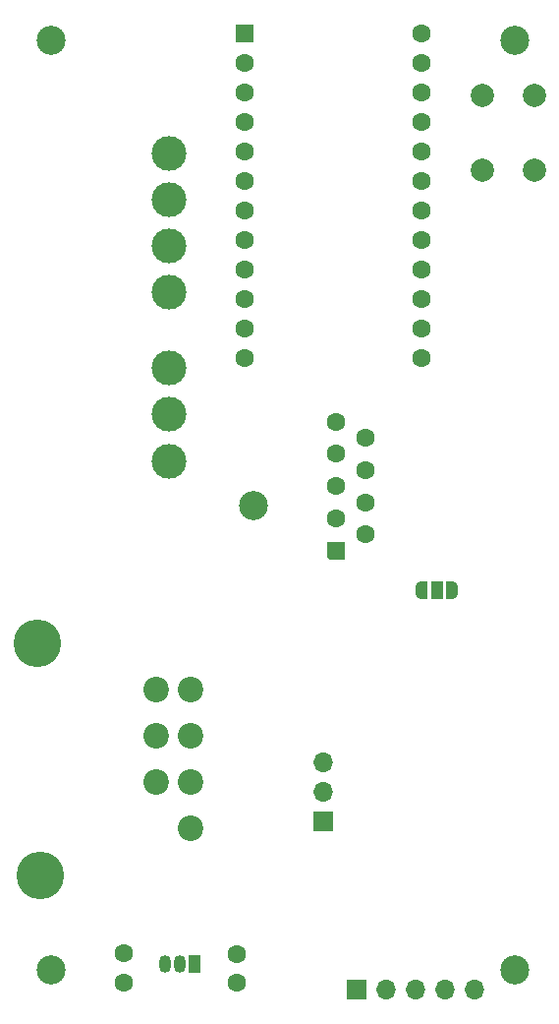
<source format=gbr>
%TF.GenerationSoftware,KiCad,Pcbnew,(7.0.0-0)*%
%TF.CreationDate,2023-05-15T11:59:49-04:00*%
%TF.ProjectId,4dapter,34646170-7465-4722-9e6b-696361645f70,rev?*%
%TF.SameCoordinates,Original*%
%TF.FileFunction,Soldermask,Top*%
%TF.FilePolarity,Negative*%
%FSLAX46Y46*%
G04 Gerber Fmt 4.6, Leading zero omitted, Abs format (unit mm)*
G04 Created by KiCad (PCBNEW (7.0.0-0)) date 2023-05-15 11:59:49*
%MOMM*%
%LPD*%
G01*
G04 APERTURE LIST*
G04 Aperture macros list*
%AMOutline5P*
0 Free polygon, 5 corners , with rotation*
0 The origin of the aperture is its center*
0 number of corners: always 5*
0 $1 to $10 corner X, Y*
0 $11 Rotation angle, in degrees counterclockwise*
0 create outline with 5 corners*
4,1,5,$1,$2,$3,$4,$5,$6,$7,$8,$9,$10,$1,$2,$11*%
%AMOutline6P*
0 Free polygon, 6 corners , with rotation*
0 The origin of the aperture is its center*
0 number of corners: always 6*
0 $1 to $12 corner X, Y*
0 $13 Rotation angle, in degrees counterclockwise*
0 create outline with 6 corners*
4,1,6,$1,$2,$3,$4,$5,$6,$7,$8,$9,$10,$11,$12,$1,$2,$13*%
%AMOutline7P*
0 Free polygon, 7 corners , with rotation*
0 The origin of the aperture is its center*
0 number of corners: always 7*
0 $1 to $14 corner X, Y*
0 $15 Rotation angle, in degrees counterclockwise*
0 create outline with 7 corners*
4,1,7,$1,$2,$3,$4,$5,$6,$7,$8,$9,$10,$11,$12,$13,$14,$1,$2,$15*%
%AMOutline8P*
0 Free polygon, 8 corners , with rotation*
0 The origin of the aperture is its center*
0 number of corners: always 8*
0 $1 to $16 corner X, Y*
0 $17 Rotation angle, in degrees counterclockwise*
0 create outline with 8 corners*
4,1,8,$1,$2,$3,$4,$5,$6,$7,$8,$9,$10,$11,$12,$13,$14,$15,$16,$1,$2,$17*%
%AMFreePoly0*
4,1,19,0.550000,-0.750000,0.000000,-0.750000,0.000000,-0.744911,-0.071157,-0.744911,-0.207708,-0.704816,-0.327430,-0.627875,-0.420627,-0.520320,-0.479746,-0.390866,-0.500000,-0.250000,-0.500000,0.250000,-0.479746,0.390866,-0.420627,0.520320,-0.327430,0.627875,-0.207708,0.704816,-0.071157,0.744911,0.000000,0.744911,0.000000,0.750000,0.550000,0.750000,0.550000,-0.750000,0.550000,-0.750000,
$1*%
%AMFreePoly1*
4,1,19,0.000000,0.744911,0.071157,0.744911,0.207708,0.704816,0.327430,0.627875,0.420627,0.520320,0.479746,0.390866,0.500000,0.250000,0.500000,-0.250000,0.479746,-0.390866,0.420627,-0.520320,0.327430,-0.627875,0.207708,-0.704816,0.071157,-0.744911,0.000000,-0.744911,0.000000,-0.750000,-0.550000,-0.750000,-0.550000,0.750000,0.000000,0.750000,0.000000,0.744911,0.000000,0.744911,
$1*%
G04 Aperture macros list end*
%ADD10R,1.600000X1.600000*%
%ADD11C,1.600000*%
%ADD12C,4.100000*%
%ADD13C,2.200000*%
%ADD14C,2.000000*%
%ADD15C,2.500000*%
%ADD16FreePoly0,0.000000*%
%ADD17R,1.000000X1.500000*%
%ADD18FreePoly1,0.000000*%
%ADD19R,1.700000X1.700000*%
%ADD20O,1.700000X1.700000*%
%ADD21C,3.000000*%
%ADD22R,1.050000X1.500000*%
%ADD23O,1.050000X1.500000*%
%ADD24Outline5P,-0.800000X0.480000X-0.480000X0.800000X0.800000X0.800000X0.800000X-0.800000X-0.800000X-0.800000X90.000000*%
G04 APERTURE END LIST*
D10*
%TO.C,U1*%
X121691399Y-54381399D03*
D11*
X121691400Y-56921400D03*
X121691400Y-59461400D03*
X121691400Y-62001400D03*
X121691400Y-64541400D03*
X121691400Y-67081400D03*
X121691400Y-69621400D03*
X121691400Y-72161400D03*
X121691400Y-74701400D03*
X121691400Y-77241400D03*
X121691400Y-79781400D03*
X121691400Y-82321400D03*
X136931400Y-82321400D03*
X136931400Y-79781400D03*
X136931400Y-77241400D03*
X136931400Y-74701400D03*
X136931400Y-72161400D03*
X136931400Y-69621400D03*
X136931400Y-67081400D03*
X136931400Y-64541400D03*
X136931400Y-62001400D03*
X136931400Y-59461400D03*
X136931400Y-56921400D03*
X136931400Y-54381400D03*
%TD*%
D12*
%TO.C,J1*%
X104043200Y-126845600D03*
X103793200Y-106845600D03*
D13*
X117043200Y-122845600D03*
X117043200Y-118845600D03*
X117043200Y-114845600D03*
X117043200Y-110845600D03*
X114043200Y-110845600D03*
X114043200Y-114845600D03*
X114043200Y-118845600D03*
%TD*%
D14*
%TO.C,RESET*%
X142159600Y-66192400D03*
X142159600Y-59692400D03*
X146659600Y-66192400D03*
X146659600Y-59692400D03*
%TD*%
D15*
%TO.C,REF\u002A\u002A*%
X145000000Y-55000000D03*
%TD*%
%TO.C,REF\u002A\u002A*%
X145000000Y-135000000D03*
%TD*%
D11*
%TO.C,C2*%
X111277400Y-133559400D03*
X111277400Y-136059400D03*
%TD*%
D16*
%TO.C,JP1*%
X136947600Y-102301800D03*
D17*
X138247599Y-102301799D03*
D18*
X139547600Y-102301800D03*
%TD*%
D19*
%TO.C,U3*%
X128469399Y-122173999D03*
D20*
X128469399Y-119633999D03*
X128469399Y-117093999D03*
%TD*%
D11*
%TO.C,C1*%
X120980200Y-136129400D03*
X120980200Y-133629400D03*
%TD*%
D21*
%TO.C,U4*%
X115156200Y-64694400D03*
X115156200Y-68694400D03*
X115156200Y-72694400D03*
X115156200Y-76694400D03*
X115156200Y-83194400D03*
X115156200Y-87194400D03*
X115156200Y-91194400D03*
%TD*%
D15*
%TO.C,REF\u002A\u002A*%
X104978200Y-55016400D03*
%TD*%
D22*
%TO.C,U2*%
X117317199Y-134519399D03*
D23*
X116047199Y-134519399D03*
X114777199Y-134519399D03*
%TD*%
D15*
%TO.C,*%
X122422231Y-95000000D03*
%TD*%
D24*
%TO.C,J3*%
X129547199Y-98892699D03*
D11*
X129547200Y-96122700D03*
X129547200Y-93352700D03*
X129547200Y-90582700D03*
X129547200Y-87812700D03*
X132087200Y-97507700D03*
X132087200Y-94737700D03*
X132087200Y-91967700D03*
X132087200Y-89197700D03*
%TD*%
D19*
%TO.C,J4*%
X131343399Y-136702799D03*
D20*
X133883399Y-136702799D03*
X136423399Y-136702799D03*
X138963399Y-136702799D03*
X141503399Y-136702799D03*
%TD*%
D15*
%TO.C,REF\u002A\u002A*%
X105000000Y-135000000D03*
%TD*%
M02*

</source>
